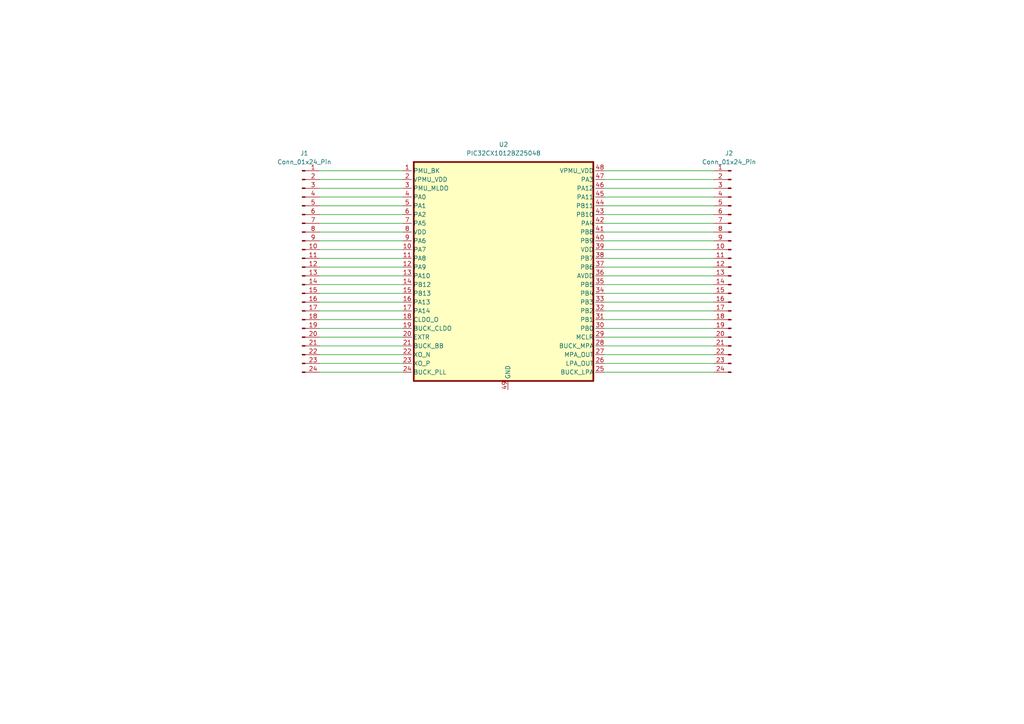
<source format=kicad_sch>
(kicad_sch (version 20250114) (generator "eeschema") (generator_version "9.0")
  (paper "A4")
  (lib_symbols
    (symbol "Connector:Conn_01x24_Pin" (pin_names (offset 1.016) (hide yes))
      (property "Reference" "J" (at 0 30.48 0))
      (property "Value" "Conn_01x24_Pin" (at 0 -33.02 0))
      (symbol "Conn_01x24_Pin_1_1"
        (rectangle (start 0.8636 28.067) (end 0 27.813) (stroke (width 0.1524)) (fill (type outline)))
        (rectangle (start 0.8636 25.527) (end 0 25.273) (stroke (width 0.1524)) (fill (type outline)))
        (rectangle (start 0.8636 22.987) (end 0 22.733) (stroke (width 0.1524)) (fill (type outline)))
        (rectangle (start 0.8636 20.447) (end 0 20.193) (stroke (width 0.1524)) (fill (type outline)))
        (rectangle (start 0.8636 17.907) (end 0 17.653) (stroke (width 0.1524)) (fill (type outline)))
        (rectangle (start 0.8636 15.367) (end 0 15.113) (stroke (width 0.1524)) (fill (type outline)))
        (rectangle (start 0.8636 12.827) (end 0 12.573) (stroke (width 0.1524)) (fill (type outline)))
        (rectangle (start 0.8636 10.287) (end 0 10.033) (stroke (width 0.1524)) (fill (type outline)))
        (rectangle (start 0.8636 7.747) (end 0 7.493) (stroke (width 0.1524)) (fill (type outline)))
        (rectangle (start 0.8636 5.207) (end 0 4.953) (stroke (width 0.1524)) (fill (type outline)))
        (rectangle (start 0.8636 2.667) (end 0 2.413) (stroke (width 0.1524)) (fill (type outline)))
        (rectangle (start 0.8636 0.127) (end 0 -0.127) (stroke (width 0.1524)) (fill (type outline)))
        (rectangle (start 0.8636 -2.413) (end 0 -2.667) (stroke (width 0.1524)) (fill (type outline)))
        (rectangle (start 0.8636 -4.953) (end 0 -5.207) (stroke (width 0.1524)) (fill (type outline)))
        (rectangle (start 0.8636 -7.493) (end 0 -7.747) (stroke (width 0.1524)) (fill (type outline)))
        (rectangle (start 0.8636 -10.033) (end 0 -10.287) (stroke (width 0.1524)) (fill (type outline)))
        (rectangle (start 0.8636 -12.573) (end 0 -12.827) (stroke (width 0.1524)) (fill (type outline)))
        (rectangle (start 0.8636 -15.113) (end 0 -15.367) (stroke (width 0.1524)) (fill (type outline)))
        (rectangle (start 0.8636 -17.653) (end 0 -17.907) (stroke (width 0.1524)) (fill (type outline)))
        (rectangle (start 0.8636 -20.193) (end 0 -20.447) (stroke (width 0.1524)) (fill (type outline)))
        (rectangle (start 0.8636 -22.733) (end 0 -22.987) (stroke (width 0.1524)) (fill (type outline)))
        (rectangle (start 0.8636 -25.273) (end 0 -25.527) (stroke (width 0.1524)) (fill (type outline)))
        (rectangle (start 0.8636 -27.813) (end 0 -28.067) (stroke (width 0.1524)) (fill (type outline)))
        (rectangle (start 0.8636 -30.353) (end 0 -30.607) (stroke (width 0.1524)) (fill (type outline)))
        (polyline (pts (xy 1.27 27.94) (xy 0.8636 27.94)) (stroke (width 0.1524)))
        (polyline (pts (xy 1.27 25.4) (xy 0.8636 25.4)) (stroke (width 0.1524)))
        (polyline (pts (xy 1.27 22.86) (xy 0.8636 22.86)) (stroke (width 0.1524)))
        (polyline (pts (xy 1.27 20.32) (xy 0.8636 20.32)) (stroke (width 0.1524)))
        (polyline (pts (xy 1.27 17.78) (xy 0.8636 17.78)) (stroke (width 0.1524)))
        (polyline (pts (xy 1.27 15.24) (xy 0.8636 15.24)) (stroke (width 0.1524)))
        (polyline (pts (xy 1.27 12.7) (xy 0.8636 12.7)) (stroke (width 0.1524)))
        (polyline (pts (xy 1.27 10.16) (xy 0.8636 10.16)) (stroke (width 0.1524)))
        (polyline (pts (xy 1.27 7.62) (xy 0.8636 7.62)) (stroke (width 0.1524)))
        (polyline (pts (xy 1.27 5.08) (xy 0.8636 5.08)) (stroke (width 0.1524)))
        (polyline (pts (xy 1.27 2.54) (xy 0.8636 2.54)) (stroke (width 0.1524)))
        (polyline (pts (xy 1.27 0) (xy 0.8636 0)) (stroke (width 0.1524)))
        (polyline (pts (xy 1.27 -2.54) (xy 0.8636 -2.54)) (stroke (width 0.1524)))
        (polyline (pts (xy 1.27 -5.08) (xy 0.8636 -5.08)) (stroke (width 0.1524)))
        (polyline (pts (xy 1.27 -7.62) (xy 0.8636 -7.62)) (stroke (width 0.1524)))
        (polyline (pts (xy 1.27 -10.16) (xy 0.8636 -10.16)) (stroke (width 0.1524)))
        (polyline (pts (xy 1.27 -12.7) (xy 0.8636 -12.7)) (stroke (width 0.1524)))
        (polyline (pts (xy 1.27 -15.24) (xy 0.8636 -15.24)) (stroke (width 0.1524)))
        (polyline (pts (xy 1.27 -17.78) (xy 0.8636 -17.78)) (stroke (width 0.1524)))
        (polyline (pts (xy 1.27 -20.32) (xy 0.8636 -20.32)) (stroke (width 0.1524)))
        (polyline (pts (xy 1.27 -22.86) (xy 0.8636 -22.86)) (stroke (width 0.1524)))
        (polyline (pts (xy 1.27 -25.4) (xy 0.8636 -25.4)) (stroke (width 0.1524)))
        (polyline (pts (xy 1.27 -27.94) (xy 0.8636 -27.94)) (stroke (width 0.1524)))
        (polyline (pts (xy 1.27 -30.48) (xy 0.8636 -30.48)) (stroke (width 0.1524)))
        (pin passive line (at 5.08 27.94 180) (length 3.81) (name "Pin_1") (number "1"))
        (pin passive line (at 5.08 25.4 180) (length 3.81) (name "Pin_2") (number "2"))
        (pin passive line (at 5.08 22.86 180) (length 3.81) (name "Pin_3") (number "3"))
        (pin passive line (at 5.08 20.32 180) (length 3.81) (name "Pin_4") (number "4"))
        (pin passive line (at 5.08 17.78 180) (length 3.81) (name "Pin_5") (number "5"))
        (pin passive line (at 5.08 15.24 180) (length 3.81) (name "Pin_6") (number "6"))
        (pin passive line (at 5.08 12.7 180) (length 3.81) (name "Pin_7") (number "7"))
        (pin passive line (at 5.08 10.16 180) (length 3.81) (name "Pin_8") (number "8"))
        (pin passive line (at 5.08 7.62 180) (length 3.81) (name "Pin_9") (number "9"))
        (pin passive line (at 5.08 5.08 180) (length 3.81) (name "Pin_10") (number "10"))
        (pin passive line (at 5.08 2.54 180) (length 3.81) (name "Pin_11") (number "11"))
        (pin passive line (at 5.08 0 180) (length 3.81) (name "Pin_12") (number "12"))
        (pin passive line (at 5.08 -2.54 180) (length 3.81) (name "Pin_13") (number "13"))
        (pin passive line (at 5.08 -5.08 180) (length 3.81) (name "Pin_14") (number "14"))
        (pin passive line (at 5.08 -7.62 180) (length 3.81) (name "Pin_15") (number "15"))
        (pin passive line (at 5.08 -10.16 180) (length 3.81) (name "Pin_16") (number "16"))
        (pin passive line (at 5.08 -12.7 180) (length 3.81) (name "Pin_17") (number "17"))
        (pin passive line (at 5.08 -15.24 180) (length 3.81) (name "Pin_18") (number "18"))
        (pin passive line (at 5.08 -17.78 180) (length 3.81) (name "Pin_19") (number "19"))
        (pin passive line (at 5.08 -20.32 180) (length 3.81) (name "Pin_20") (number "20"))
        (pin passive line (at 5.08 -22.86 180) (length 3.81) (name "Pin_21") (number "21"))
        (pin passive line (at 5.08 -25.4 180) (length 3.81) (name "Pin_22") (number "22"))
        (pin passive line (at 5.08 -27.94 180) (length 3.81) (name "Pin_23") (number "23"))
        (pin passive line (at 5.08 -30.48 180) (length 3.81) (name "Pin_24") (number "24"))
      )
    )
    (symbol "PIC32CX1012BZ25048_1"
      (property "Reference" "U" (at -0.508 26.416 0))
      (property "Value" "PIC32CX1012BZ25048" (at 0 4.572 0))
      (symbol "PIC32CX1012BZ25048_1_1_1"
        (rectangle (start -26.035 33.02) (end 26.035 -30.48) (stroke (width 0.5)) (fill (type background)))
        (pin power_out line (at -29.21 30.48 0) (length 2.54) (name "PMU_BK") (number "1"))
        (pin power_in line (at -29.21 27.94 0) (length 2.54) (name "VPMU_VDD") (number "2"))
        (pin output line (at -29.21 25.4 0) (length 2.54) (name "PMU_MLDO") (number "3"))
        (pin bidirectional line (at -29.21 22.86 0) (length 2.54) (name "PA0") (number "4"))
        (pin bidirectional line (at -29.21 20.32 0) (length 2.54) (name "PA1") (number "5"))
        (pin bidirectional line (at -29.21 17.78 0) (length 2.54) (name "PA2") (number "6"))
        (pin bidirectional line (at -29.21 15.24 0) (length 2.54) (name "PA5") (number "7"))
        (pin power_in line (at -29.21 12.7 0) (length 2.54) (name "VDD") (number "8"))
        (pin bidirectional line (at -29.21 10.16 0) (length 2.54) (name "PA6") (number "9"))
        (pin bidirectional line (at -29.21 7.62 0) (length 2.54) (name "PA7") (number "10"))
        (pin bidirectional line (at -29.21 5.08 0) (length 2.54) (name "PA8") (number "11"))
        (pin bidirectional line (at -29.21 2.54 0) (length 2.54) (name "PA9") (number "12"))
        (pin bidirectional line (at -29.21 0 0) (length 2.54) (name "PA10") (number "13"))
        (pin bidirectional line (at -29.21 -2.54 0) (length 2.54) (name "PB12") (number "14"))
        (pin bidirectional line (at -29.21 -5.08 0) (length 2.54) (name "PB13") (number "15"))
        (pin bidirectional line (at -29.21 -7.62 0) (length 2.54) (name "PA13") (number "16"))
        (pin bidirectional line (at -29.21 -10.16 0) (length 2.54) (name "PA14") (number "17"))
        (pin bidirectional line (at -29.21 -12.7 0) (length 2.54) (name "CLDO_O") (number "18"))
        (pin bidirectional line (at -29.21 -15.24 0) (length 2.54) (name "BUCK_CLDO") (number "19"))
        (pin bidirectional line (at -29.21 -17.78 0) (length 2.54) (name "EXTR") (number "20"))
        (pin bidirectional line (at -29.21 -20.32 0) (length 2.54) (name "BUCK_BB") (number "21"))
        (pin bidirectional line (at -29.21 -22.86 0) (length 2.54) (name "XO_N") (number "22"))
        (pin bidirectional line (at -29.21 -25.4 0) (length 2.54) (name "XO_P") (number "23"))
        (pin bidirectional line (at -29.21 -27.94 0) (length 2.54) (name "BUCK_PLL") (number "24"))
        (pin output line (at 1.27 -33.02 90) (length 2.54) (name "GND") (number "49"))
        (pin bidirectional line (at 29.21 30.48 180) (length 2.54) (name "VPMU_VDD") (number "48"))
        (pin bidirectional line (at 29.21 27.94 180) (length 2.54) (name "PA3") (number "47"))
        (pin bidirectional line (at 29.21 25.4 180) (length 2.54) (name "PA12") (number "46"))
        (pin bidirectional line (at 29.21 22.86 180) (length 2.54) (name "PA11") (number "45"))
        (pin bidirectional line (at 29.21 20.32 180) (length 2.54) (name "PB11") (number "44"))
        (pin bidirectional line (at 29.21 17.78 180) (length 2.54) (name "PB10") (number "43"))
        (pin bidirectional line (at 29.21 15.24 180) (length 2.54) (name "PA4") (number "42"))
        (pin bidirectional line (at 29.21 12.7 180) (length 2.54) (name "PB8") (number "41"))
        (pin bidirectional line (at 29.21 10.16 180) (length 2.54) (name "PB9") (number "40"))
        (pin power_in line (at 29.21 7.62 180) (length 2.54) (name "VDD") (number "39"))
        (pin bidirectional line (at 29.21 5.08 180) (length 2.54) (name "PB7") (number "38"))
        (pin bidirectional line (at 29.21 2.54 180) (length 2.54) (name "PB6") (number "37"))
        (pin bidirectional line (at 29.21 0 180) (length 2.54) (name "AVDD") (number "36"))
        (pin bidirectional line (at 29.21 -2.54 180) (length 2.54) (name "PB5") (number "35"))
        (pin bidirectional line (at 29.21 -5.08 180) (length 2.54) (name "PB4") (number "34"))
        (pin bidirectional line (at 29.21 -7.62 180) (length 2.54) (name "PB3") (number "33"))
        (pin bidirectional line (at 29.21 -10.16 180) (length 2.54) (name "PB2") (number "32"))
        (pin bidirectional line (at 29.21 -12.7 180) (length 2.54) (name "PB1") (number "31"))
        (pin bidirectional line (at 29.21 -15.24 180) (length 2.54) (name "PB0") (number "30"))
        (pin bidirectional line (at 29.21 -17.78 180) (length 2.54) (name "MCLR") (number "29"))
        (pin bidirectional line (at 29.21 -20.32 180) (length 2.54) (name "BUCK_MPA") (number "28"))
        (pin bidirectional line (at 29.21 -22.86 180) (length 2.54) (name "MPA_OUT") (number "27"))
        (pin bidirectional line (at 29.21 -25.4 180) (length 2.54) (name "LPA_OUT") (number "26"))
        (pin bidirectional line (at 29.21 -27.94 180) (length 2.54) (name "BUCK_LPA") (number "25"))
      )
    )
  )
  (wire (pts (xy 175.26 87.63) (xy 207.01 87.63)))
  (wire (pts (xy 175.26 102.87) (xy 207.01 102.87)))
  (wire (pts (xy 92.71 67.31) (xy 116.84 67.31)))
  (wire (pts (xy 92.71 82.55) (xy 116.84 82.55)))
  (wire (pts (xy 175.26 92.71) (xy 207.01 92.71)))
  (wire (pts (xy 175.26 97.79) (xy 207.01 97.79)))
  (wire (pts (xy 175.26 82.55) (xy 207.01 82.55)))
  (wire (pts (xy 92.71 64.77) (xy 116.84 64.77)))
  (wire (pts (xy 175.26 105.41) (xy 207.01 105.41)))
  (wire (pts (xy 92.71 72.39) (xy 116.84 72.39)))
  (wire (pts (xy 92.71 107.95) (xy 116.84 107.95)))
  (wire (pts (xy 92.71 57.15) (xy 116.84 57.15)))
  (wire (pts (xy 92.71 49.53) (xy 116.84 49.53)))
  (wire (pts (xy 92.71 95.25) (xy 116.84 95.25)))
  (wire (pts (xy 92.71 90.17) (xy 116.84 90.17)))
  (wire (pts (xy 92.71 77.47) (xy 116.84 77.47)))
  (wire (pts (xy 175.26 85.09) (xy 207.01 85.09)))
  (wire (pts (xy 92.71 87.63) (xy 116.84 87.63)))
  (wire (pts (xy 92.71 85.09) (xy 116.84 85.09)))
  (wire (pts (xy 175.26 57.15) (xy 207.01 57.15)))
  (wire (pts (xy 92.71 100.33) (xy 116.84 100.33)))
  (wire (pts (xy 92.71 80.01) (xy 116.84 80.01)))
  (wire (pts (xy 175.26 49.53) (xy 207.01 49.53)))
  (wire (pts (xy 92.71 74.93) (xy 116.84 74.93)))
  (wire (pts (xy 175.26 69.85) (xy 207.01 69.85)))
  (wire (pts (xy 175.26 52.07) (xy 207.01 52.07)))
  (wire (pts (xy 92.71 62.23) (xy 116.84 62.23)))
  (wire (pts (xy 175.26 72.39) (xy 207.01 72.39)))
  (wire (pts (xy 175.26 100.33) (xy 207.01 100.33)))
  (wire (pts (xy 175.26 67.31) (xy 207.01 67.31)))
  (wire (pts (xy 175.26 95.25) (xy 207.01 95.25)))
  (wire (pts (xy 175.26 54.61) (xy 207.01 54.61)))
  (wire (pts (xy 175.26 107.95) (xy 207.01 107.95)))
  (wire (pts (xy 92.71 54.61) (xy 116.84 54.61)))
  (wire (pts (xy 92.71 97.79) (xy 116.84 97.79)))
  (wire (pts (xy 175.26 90.17) (xy 207.01 90.17)))
  (wire (pts (xy 92.71 69.85) (xy 116.84 69.85)))
  (wire (pts (xy 92.71 105.41) (xy 116.84 105.41)))
  (wire (pts (xy 175.26 74.93) (xy 207.01 74.93)))
  (wire (pts (xy 175.26 80.01) (xy 207.01 80.01)))
  (wire (pts (xy 92.71 92.71) (xy 116.84 92.71)))
  (wire (pts (xy 92.71 102.87) (xy 116.84 102.87)))
  (wire (pts (xy 175.26 77.47) (xy 207.01 77.47)))
  (wire (pts (xy 92.71 52.07) (xy 116.84 52.07)))
  (wire (pts (xy 175.26 64.77) (xy 207.01 64.77)))
  (wire (pts (xy 175.26 59.69) (xy 207.01 59.69)))
  (wire (pts (xy 92.71 59.69) (xy 116.84 59.69)))
  (wire (pts (xy 175.26 62.23) (xy 207.01 62.23)))
  (symbol (lib_id "Connector:Conn_01x24_Pin") (at 87.63 77.47 0) (unit 1)
    (property "Reference" "J1" (at 88.265 44.45 0))
    (property "Value" "Conn_01x24_Pin" (at 88.265 46.99 0))
    (property "Footprint" "Connector_PinHeader_1.00mm:PinHeader_1x24_P1.00mm_Vertical" (effects (hide yes)))
    (property "Description" "Generic connector, single row, 01x24, script generated" (effects (hide yes)))
  )
  (symbol (lib_id "Connector:Conn_01x24_Pin") (at 212.09 77.47 0) (mirror y) (unit 1)
    (property "Reference" "J2" (at 211.455 44.45 0))
    (property "Value" "Conn_01x24_Pin" (at 211.455 46.99 0))
    (property "Footprint" "Connector_PinHeader_1.00mm:PinHeader_1x24_P1.00mm_Vertical" (effects (hide yes)))
    (property "Description" "Generic connector, single row, 01x24, script generated" (effects (hide yes)))
  )
  (symbol (lib_name "PIC32CX1012BZ25048_1") (lib_id "PIC32CX:PIC32CX1012BZ25048") (at 146.05 80.01 0) (unit 1)
    (property "Reference" "U2" (at 146.05 41.91 0))
    (property "Value" "PIC32CX1012BZ25048" (at 146.05 44.45 0))
    (property "Footprint" "Package_DFN_QFN:VQFN-48-1EP_7x7mm_P0.5mm_EP4.1x4.1mm" (effects (hide yes)))
    (property "Datasheet" "https://ww1.microchip.com/downloads/aemDocuments/documents/WSG/ProductDocuments/DataSheets/PIC32CX-BZ2-and-WBZ45-Family-Data-Sheet-DS70005504.pdf" (effects (hide yes)))
    (property "Description" "PIC32 and BLE/802.11 SOC from Microchip" (effects (hide yes)))
  )
)
</source>
